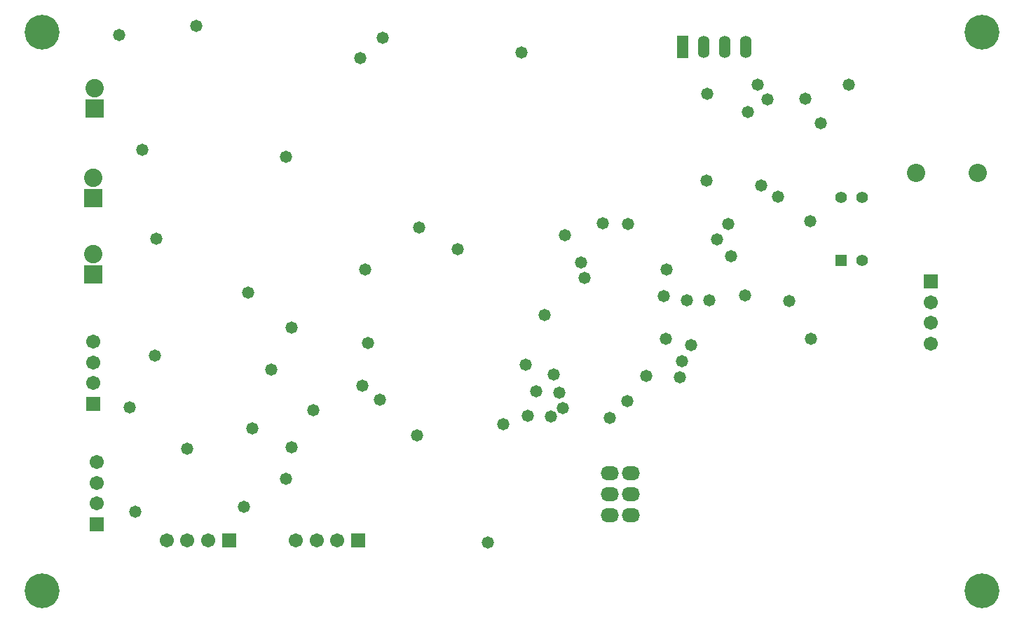
<source format=gbs>
G04*
G04 #@! TF.GenerationSoftware,Altium Limited,Altium Designer,22.1.2 (22)*
G04*
G04 Layer_Color=16711935*
%FSLAX25Y25*%
%MOIN*%
G70*
G04*
G04 #@! TF.SameCoordinates,3CC87442-B0F0-4D04-9EAA-D9769B1F071C*
G04*
G04*
G04 #@! TF.FilePolarity,Negative*
G04*
G01*
G75*
%ADD67R,0.05524X0.05524*%
%ADD68C,0.05524*%
%ADD69R,0.08772X0.08772*%
%ADD70C,0.08772*%
%ADD71O,0.05524X0.10642*%
%ADD72R,0.05524X0.10642*%
%ADD73O,0.08674X0.06706*%
%ADD74C,0.06737*%
%ADD75R,0.06737X0.06737*%
%ADD76R,0.06737X0.06737*%
%ADD77C,0.08674*%
%ADD78C,0.16548*%
%ADD79C,0.05800*%
D67*
X538996Y290610D02*
D03*
D68*
X548996D02*
D03*
Y320610D02*
D03*
X538996D02*
D03*
D69*
X184153Y362894D02*
D03*
X183545Y320169D02*
D03*
Y283848D02*
D03*
D70*
X184153Y372736D02*
D03*
X183545Y330011D02*
D03*
Y293690D02*
D03*
D71*
X493661Y392224D02*
D03*
X483661D02*
D03*
X473661D02*
D03*
D72*
X463661D02*
D03*
D73*
X439173Y179095D02*
D03*
Y169095D02*
D03*
X429173D02*
D03*
Y179095D02*
D03*
X439173Y189094D02*
D03*
X429173D02*
D03*
D74*
X279823Y157382D02*
D03*
X289665D02*
D03*
X299508D02*
D03*
X218406D02*
D03*
X228248D02*
D03*
X238090D02*
D03*
X581791Y250984D02*
D03*
Y260827D02*
D03*
Y270669D02*
D03*
X184941Y194587D02*
D03*
Y184744D02*
D03*
Y174902D02*
D03*
X183366Y251870D02*
D03*
Y242028D02*
D03*
Y232185D02*
D03*
D75*
X309350Y157382D02*
D03*
X247933D02*
D03*
D76*
X581791Y280512D02*
D03*
X184941Y165059D02*
D03*
X183366Y222342D02*
D03*
D77*
X604134Y332382D02*
D03*
X574705D02*
D03*
D78*
X158957Y399410D02*
D03*
Y133268D02*
D03*
X606201D02*
D03*
Y399410D02*
D03*
D79*
X378346Y212697D02*
D03*
X390059Y216535D02*
D03*
X401024Y216240D02*
D03*
X277658Y201476D02*
D03*
X337402Y207382D02*
D03*
X429012Y215673D02*
D03*
X501083Y326181D02*
D03*
X509252Y321024D02*
D03*
X522001Y367440D02*
D03*
X259252Y210531D02*
D03*
X213583Y300787D02*
D03*
X257185Y275098D02*
D03*
X277756Y258465D02*
D03*
X462303Y234842D02*
D03*
X405020Y227658D02*
D03*
X406595Y220276D02*
D03*
X402559Y236398D02*
D03*
X319666Y224095D02*
D03*
X311352Y231077D02*
D03*
X287992Y219193D02*
D03*
X200787Y220669D02*
D03*
X212795Y245276D02*
D03*
X455905Y253398D02*
D03*
X254953Y173228D02*
D03*
X275098Y186516D02*
D03*
X203445Y170768D02*
D03*
X228051Y200847D02*
D03*
X206890Y343110D02*
D03*
X312894Y286319D02*
D03*
X467717Y250394D02*
D03*
X463386Y242520D02*
D03*
X407874Y302461D02*
D03*
X398057Y264640D02*
D03*
X524311Y309350D02*
D03*
X485532Y308071D02*
D03*
X486713Y292520D02*
D03*
X455965Y286417D02*
D03*
X480217Y300590D02*
D03*
X416929Y282382D02*
D03*
X371102Y156398D02*
D03*
X394232Y228346D02*
D03*
X388976Y240945D02*
D03*
X415551Y289567D02*
D03*
X493405Y273819D02*
D03*
X476575Y271496D02*
D03*
X454823Y273425D02*
D03*
X474925Y328665D02*
D03*
X475394Y370079D02*
D03*
X437795Y307874D02*
D03*
X494783Y361122D02*
D03*
X529429Y356004D02*
D03*
X542717Y374410D02*
D03*
X499409D02*
D03*
X503937Y367323D02*
D03*
X465846Y271654D02*
D03*
X446358Y235433D02*
D03*
X524606Y253346D02*
D03*
X514272Y271161D02*
D03*
X437303Y223524D02*
D03*
X387106Y389469D02*
D03*
X338583Y306201D02*
D03*
X275000Y339764D02*
D03*
X310531Y386910D02*
D03*
X356594Y296063D02*
D03*
X232382Y402165D02*
D03*
X321063Y396457D02*
D03*
X268209Y238681D02*
D03*
X314075Y251279D02*
D03*
X425886Y308366D02*
D03*
X195669Y397933D02*
D03*
M02*

</source>
